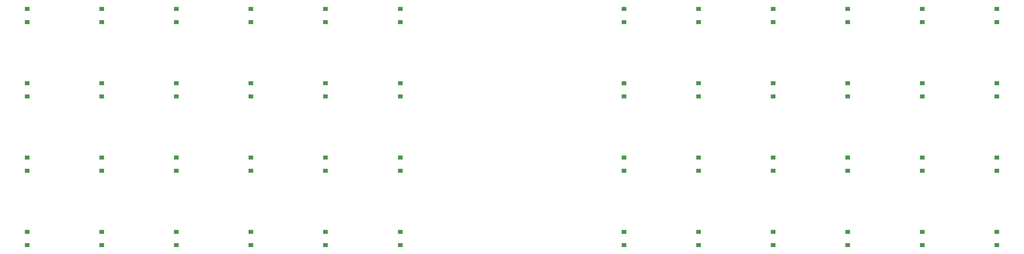
<source format=gbp>
G04 Layer: BottomPasteMaskLayer*
G04 EasyEDA v6.5.22, 2022-11-03 13:25:14*
G04 daeccbeab38c4538aae3d189e396c967,14fd66e66b1542709ab820776f733a5e,10*
G04 Gerber Generator version 0.2*
G04 Scale: 100 percent, Rotated: No, Reflected: No *
G04 Dimensions in millimeters *
G04 leading zeros omitted , absolute positions ,4 integer and 5 decimal *
%FSLAX45Y45*%
%MOMM*%

%AMMACRO1*21,1,$1,$2,0,0,$3*%
%ADD10MACRO1,0.95X1.15X90.0000*%

%LPD*%
D10*
G01*
X2857799Y6837441D03*
G01*
X2857799Y6498960D03*
G01*
X4763000Y6837441D03*
G01*
X4763000Y6498960D03*
G01*
X6668201Y6837441D03*
G01*
X6668201Y6498960D03*
G01*
X8573399Y6837441D03*
G01*
X8573399Y6498960D03*
G01*
X10478599Y6837441D03*
G01*
X10478599Y6498960D03*
G01*
X12383800Y6837441D03*
G01*
X12383800Y6498960D03*
G01*
X18099001Y6837441D03*
G01*
X18099001Y6498960D03*
G01*
X20004199Y6837441D03*
G01*
X20004199Y6498960D03*
G01*
X21909399Y6837441D03*
G01*
X21909399Y6498960D03*
G01*
X23814600Y6837441D03*
G01*
X23814600Y6498960D03*
G01*
X25719801Y6837441D03*
G01*
X25719801Y6498960D03*
G01*
X27624999Y6837441D03*
G01*
X27624999Y6498960D03*
G01*
X2857799Y3027039D03*
G01*
X2857799Y2688559D03*
G01*
X4763000Y3027039D03*
G01*
X4763000Y2688559D03*
G01*
X6668201Y3027039D03*
G01*
X6668201Y2688559D03*
G01*
X8573399Y3027039D03*
G01*
X8573399Y2688559D03*
G01*
X10478599Y3027039D03*
G01*
X10478599Y2688559D03*
G01*
X12383800Y3027039D03*
G01*
X12383800Y2688559D03*
G01*
X18099001Y3027039D03*
G01*
X18099001Y2688559D03*
G01*
X20004199Y3027039D03*
G01*
X20004199Y2688559D03*
G01*
X21909399Y3027039D03*
G01*
X21909399Y2688559D03*
G01*
X23814600Y3027039D03*
G01*
X23814600Y2688559D03*
G01*
X25719801Y3027039D03*
G01*
X25719801Y2688559D03*
G01*
X27624999Y3027039D03*
G01*
X27624999Y2688559D03*
G01*
X18099600Y8742639D03*
G01*
X18099600Y8404158D03*
G01*
X20004199Y8742639D03*
G01*
X20004199Y8404158D03*
G01*
X21909399Y8742639D03*
G01*
X21909399Y8404158D03*
G01*
X23815200Y8742639D03*
G01*
X23815200Y8404158D03*
G01*
X25719801Y8742639D03*
G01*
X25719801Y8404158D03*
G01*
X27624999Y8742639D03*
G01*
X27624999Y8404158D03*
G01*
X2857799Y4932240D03*
G01*
X2857799Y4593760D03*
G01*
X4763000Y4932240D03*
G01*
X4763000Y4593760D03*
G01*
X6668201Y4932240D03*
G01*
X6668201Y4593760D03*
G01*
X8573399Y4932240D03*
G01*
X8573399Y4593760D03*
G01*
X10478599Y4932240D03*
G01*
X10478599Y4593760D03*
G01*
X12383800Y4932240D03*
G01*
X12383800Y4593760D03*
G01*
X18099001Y4932240D03*
G01*
X18099001Y4593760D03*
G01*
X20004199Y4932240D03*
G01*
X20004199Y4593760D03*
G01*
X21909399Y4932240D03*
G01*
X21909399Y4593760D03*
G01*
X23814600Y4932240D03*
G01*
X23814600Y4593760D03*
G01*
X25719801Y4932240D03*
G01*
X25719801Y4593760D03*
G01*
X27624999Y4932240D03*
G01*
X27624999Y4593760D03*
G01*
X12383800Y8742639D03*
G01*
X12383800Y8404158D03*
G01*
X10478599Y8742639D03*
G01*
X10478599Y8404158D03*
G01*
X8573399Y8742639D03*
G01*
X8573399Y8404158D03*
G01*
X6668201Y8742639D03*
G01*
X6668201Y8404158D03*
G01*
X4763000Y8742639D03*
G01*
X4763000Y8404158D03*
G01*
X2857799Y8742639D03*
G01*
X2857799Y8404158D03*
M02*

</source>
